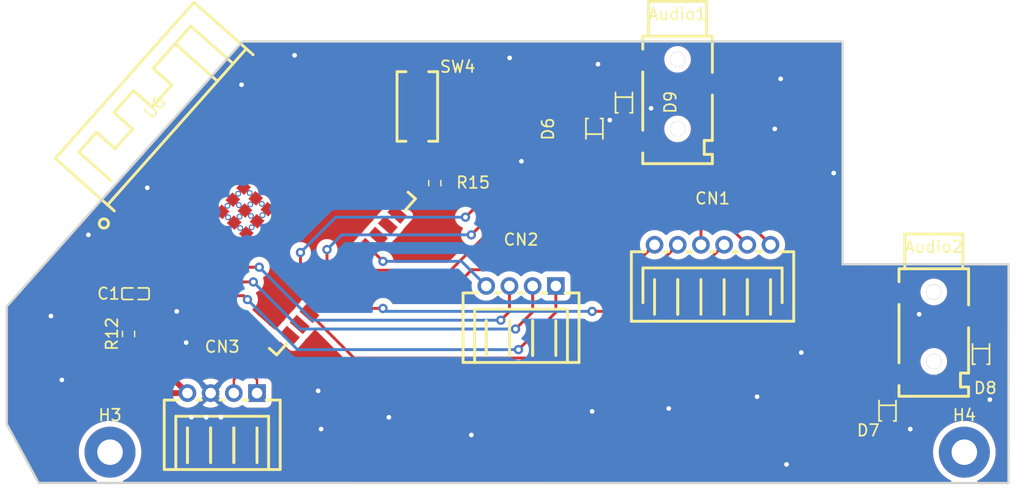
<source format=kicad_pcb>
(kicad_pcb (version 20240108) (generator "pcbnew") (generator_version "8.0")
  (layers (0 "F.Cu" signal) (31 "B.Cu" signal) (34 "B.Paste" user) (35 "F.Paste" user) (36 "B.SilkS" user "B.Silkscreen") (37 "F.SilkS" user "F.Silkscreen") (38 "B.Mask" user) (39 "F.Mask" user) (44 "Edge.Cuts" user))
  (net 0 "")
  (net 1 "/GND")
  (net 2 "/RESET")
  (net 3 "/DC")
  (net 4 "/LED_D2")
  (net 5 "/CS")
  (net 6 "/SCLK")
  (net 7 "/SDIN")
  (net 8 "/BT_SEC")
  (net 9 "/LED_D1")
  (net 10 "/BT_PRIM")
  (net 11 "/VIB_MOTOR")
  (net 12 "/3.3v")
  (net 13 "/Data_-")
  (net 14 "/Data_+")
  (net 15 "/+3.3V")
  (net 18 "Net-(U6-EN)")
  (net 28 "Net-(U6-IO0)")
  (net 30 "Net-(Audio1-D+)")
  (net 31 "Net-(Audio1-D-)")
  (net 32 "Net-(Audio2-D+)")
  (net 33 "Net-(Audio2-D-)")
  (net 38 "Net-(R15-Pad1)")
  (footprint "global:KEY-SMD_L6.0-W3.5-LS8.0" (layer "F.Cu") (at 186.35 39.72 90)
    (property "Reference" "SW4" (at 3.43 3.48 180) (layer "F.SilkS"))
    (property "Value" "BOOT")
    (fp_line (start 3 -1.75) (end 3 -0.98) (stroke (width 0.25)) (layer "F.SilkS"))
    (fp_line (start -3 -1.75) (end 3 -1.75) (stroke (width 0.25)) (layer "F.SilkS"))
    (fp_line (start -3 -1.75) (end -3 -0.98) (stroke (width 0.25)) (layer "F.SilkS"))
    (fp_line (start 3 0.98) (end 3 1.75) (stroke (width 0.25)) (layer "F.SilkS"))
    (fp_line (start -3 0.98) (end -3 1.75) (stroke (width 0.25)) (layer "F.SilkS"))
    (fp_line (start -3 1.75) (end 3 1.75) (stroke (width 0.25)) (layer "F.SilkS"))
    (pad "1" smd rect (at -3.75 0 90) (size 1.5 1.5) (layers "F.Cu" "F.Paste" "F.Mask") (net 38 "Net-(R15-Pad1)"))
    (pad "2" smd rect (at 3.75 0 90) (size 1.5 1.5) (layers "F.Cu" "F.Paste" "F.Mask") (net 1 "/GND"))
  )
  (footprint "global:WIRELM-SMD_ESP32-S3-WROOM-1" (layer "F.Cu") (at 173.358571 48.355537 48.4)
    (property "Reference" "U6" (at 0 -12.89 48.4) (layer "F.SilkS"))
    (property "Value" "ESP32-S3-WROOM-1(N8R8)")
    (fp_line (start -9 -16.39) (end -9 -9.57) (stroke (width 0.25)) (layer "F.SilkS"))
    (fp_line (start -7.24 -15.23) (end -7.24 -11.55) (stroke (width 0.25)) (layer "F.SilkS"))
    (fp_line (start -4.95 -15.23) (end -7.24 -15.23) (stroke (width 0.25)) (layer "F.SilkS"))
    (fp_line (start -9 -10.35) (end 9.02 -10.35) (stroke (width 0.25)) (layer "F.SilkS"))
    (fp_line (start -2.67 -15.23) (end -2.67 -13.08) (stroke (width 0.25)) (layer "F.SilkS"))
    (fp_line (start -4.95 -13.08) (end -4.95 -15.23) (stroke (width 0.25)) (layer "F.SilkS"))
    (fp_line (start -2.67 -13.08) (end -4.95 -13.08) (stroke (width 0.25)) (layer "F.SilkS"))
    (fp_line (start -0.13 -15.229999) (end -2.67 -15.23) (stroke (width 0.25)) (layer "F.SilkS"))
    (fp_line (start -0.13 -13.08) (end -0.13 -15.229999) (stroke (width 0.25)) (layer "F.SilkS"))
    (fp_line (start 2.41 -15.23) (end 2.41 -13.08) (stroke (width 0.25)) (layer "F.SilkS"))
    (fp_line (start 2.41 -13.08) (end -0.13 -13.08) (stroke (width 0.25)) (layer "F.SilkS"))
    (fp_line (start 5.27 -15.23) (end 2.41 -15.23) (stroke (width 0.25)) (layer "F.SilkS"))
    (fp_line (start 7.3 -15.23) (end 5.060001 -15.23) (stroke (width 0.25)) (layer "F.SilkS"))
    (fp_line (start 9 -16.39) (end -9 -16.39) (stroke (width 0.25)) (layer "F.SilkS"))
    (fp_line (start 5.27 -10.35) (end 5.27 -15.23) (stroke (width 0.25)) (layer "F.SilkS"))
    (fp_line (start 7.3 -10.35) (end 7.3 -15.23) (stroke (width 0.25)) (layer "F.SilkS"))
    (fp_line (start 9.02 -9.57) (end 9.02 -16.38) (stroke (width 0.25)) (layer "F.SilkS"))
    (fp_line (start -9 8.3) (end -9 9.150001) (stroke (width 0.25)) (layer "F.SilkS"))
    (fp_line (start -9 9.150001) (end -7.67 9.15) (stroke (width 0.25)) (layer "F.SilkS"))
    (fp_line (start 7.670001 9.15) (end 9.02 9.15) (stroke (width 0.25)) (layer "F.SilkS"))
    (fp_line (start 9.02 9.15) (end 9.02 8.3) (stroke (width 0.25)) (layer "F.SilkS"))
    (fp_circle (center -10.410001 -9.52) (end -10.01 -9.52) (stroke (width 0.25)) (fill none) (layer "F.SilkS"))
    (pad "" thru_hole circle (at -2.9 -0.47 48.4) (size 0.5 0.5) (drill 0.3) (layers "*.Cu" "*.Paste" "*.Mask"))
    (pad "" thru_hole circle (at -2.899999 -1.87 48.4) (size 0.5 0.5) (drill 0.3) (layers "*.Cu" "*.Paste" "*.Mask"))
    (pad "" thru_hole circle (at -2.2 -2.57 48.4) (size 0.5 0.5) (drill 0.3) (layers "*.Cu" "*.Paste" "*.Mask"))
    (pad "" thru_hole circle (at -2.2 -1.17 48.4) (size 0.5 0.5) (drill 0.3) (layers "*.Cu" "*.Paste" "*.Mask"))
    (pad "" thru_hole circle (at -2.2 0.23 48.4) (size 0.5 0.5) (drill 0.3) (layers "*.Cu" "*.Paste" "*.Mask"))
    (pad "" thru_hole circle (at -1.5 -1.87 48.4) (size 0.5 0.5) (drill 0.3) (layers "*.Cu" "*.Paste" "*.Mask"))
    (pad "" thru_hole circle (at -1.5 -0.47 48.4) (size 0.5 0.5) (drill 0.3) (layers "*.Cu" "*.Paste" "*.Mask"))
    (pad "" thru_hole circle (at -0.8 -2.57 48.4) (size 0.5 0.5) (drill 0.3) (layers "*.Cu" "*.Paste" "*.Mask"))
    (pad "" thru_hole circle (at -0.8 -1.17 48.4) (size 0.5 0.5) (drill 0.3) (layers "*.Cu" "*.Paste" "*.Mask"))
    (pad "" thru_hole circle (at -0.8 0.230001 48.4) (size 0.5 0.5) (drill 0.3) (layers "*.Cu" "*.Paste" "*.Mask"))
    (pad "" thru_hole circle (at -0.1 -1.87 48.4) (size 0.5 0.5) (drill 0.3) (layers "*.Cu" "*.Paste" "*.Mask"))
    (pad "" thru_hole circle (at -0.1 -0.470001 48.4) (size 0.5 0.5) (drill 0.3) (layers "*.Cu" "*.Paste" "*.Mask"))
    (pad "1" smd rect (at -8.75 -8.89 48.4) (size 1.5 0.9) (layers "F.Cu" "F.Paste" "F.Mask") (net 1 "/GND"))
    (pad "2" smd rect (at -8.75 -7.62 48.4) (size 1.5 0.9) (layers "F.Cu" "F.Paste" "F.Mask") (net 15 "/+3.3V"))
    (pad "3" smd rect (at -8.75 -6.35 48.4) (size 1.5 0.9) (layers "F.Cu" "F.Paste" "F.Mask") (net 18 "Net-(U6-EN)"))
    (pad "4" smd rect (at -8.75 -5.08 48.4) (size 1.5 0.9) (layers "F.Cu" "F.Paste" "F.Mask"))
    (pad "5" smd rect (at -8.75 -3.81 48.4) (size 1.5 0.9) (layers "F.Cu" "F.Paste" "F.Mask"))
    (pad "6" smd rect (at -8.750001 -2.54 48.4) (size 1.5 0.9) (layers "F.Cu" "F.Paste" "F.Mask"))
    (pad "7" smd rect (at -8.75 -1.27 48.4) (size 1.5 0.9) (layers "F.Cu" "F.Paste" "F.Mask"))
    (pad "8" smd rect (at -8.75 0 48.4) (size 1.5 0.9) (layers "F.Cu" "F.Paste" "F.Mask") (net 10 "/BT_PRIM"))
    (pad "9" smd rect (at -8.75 1.27 48.4) (size 1.5 0.9) (layers "F.Cu" "F.Paste" "F.Mask") (net 8 "/BT_SEC"))
    (pad "10" smd rect (at -8.75 2.54 48.4) (size 1.5 0.9) (layers "F.Cu" "F.Paste" "F.Mask") (net 11 "/VIB_MOTOR"))
    (pad "11" smd rect (at -8.75 3.81 48.4) (size 1.5 0.9) (layers "F.Cu" "F.Paste" "F.Mask"))
    (pad "12" smd rect (at -8.75 5.08 48.4) (size 1.5 0.9) (layers "F.Cu" "F.Paste" "F.Mask"))
    (pad "13" smd rect (at -8.75 6.350001 48.4) (size 1.5 0.9) (layers "F.Cu" "F.Paste" "F.Mask") (net 13 "/Data_-"))
    (pad "14" smd rect (at -8.75 7.62 48.4) (size 1.5 0.9) (layers "F.Cu" "F.Paste" "F.Mask") (net 14 "/Data_+"))
    (pad "15" smd rect (at -6.99 8.89 138.4) (size 1.5 0.9) (layers "F.Cu" "F.Paste" "F.Mask"))
    (pad "16" smd rect (at -5.72 8.89 138.4) (size 1.5 0.9) (layers "F.Cu" "F.Paste" "F.Mask"))
    (pad "17" smd rect (at -4.450001 8.89 138.4) (size 1.5 0.9) (layers "F.Cu" "F.Paste" "F.Mask") (net 3 "/DC"))
    (pad "18" smd rect (at -3.18 8.89 138.4) (size 1.5 0.9) (layers "F.Cu" "F.Paste" "F.Mask") (net 5 "/CS"))
    (pad "19" smd rect (at -1.91 8.89 138.4) (size 1.5 0.9) (layers "F.Cu" "F.Paste" "F.Mask") (net 7 "/SDIN"))
    (pad "20" smd rect (at -0.63 8.89 138.4) (size 1.5 0.9) (layers "F.Cu" "F.Paste" "F.Mask") (net 6 "/SCLK"))
    (pad "21" smd rect (at 0.63 8.89 138.4) (size 1.5 0.9) (layers "F.Cu" "F.Paste" "F.Mask") (net 4 "/LED_D2"))
    (pad "22" smd rect (at 1.9 8.89 138.4) (size 1.5 0.9) (layers "F.Cu" "F.Paste" "F.Mask") (net 2 "/RESET"))
    (pad "23" smd rect (at 3.17 8.89 138.4) (size 1.5 0.9) (layers "F.Cu" "F.Paste" "F.Mask") (net 9 "/LED_D1"))
    (pad "24" smd rect (at 4.45 8.890001 138.4) (size 1.5 0.9) (layers "F.Cu" "F.Paste" "F.Mask"))
    (pad "25" smd rect (at 5.72 8.89 138.4) (size 1.5 0.9) (layers "F.Cu" "F.Paste" "F.Mask"))
    (pad "26" smd rect (at 6.989999 8.86 138.4) (size 1.5 0.9) (layers "F.Cu" "F.Paste" "F.Mask"))
    (pad "27" smd rect (at 8.75 7.62 228.4) (size 1.5 0.9) (layers "F.Cu" "F.Paste" "F.Mask") (net 28 "Net-(U6-IO0)"))
    (pad "28" smd rect (at 8.75 6.35 228.4) (size 1.5 0.9) (layers "F.Cu" "F.Paste" "F.Mask"))
    (pad "29" smd rect (at 8.75 5.08 228.4) (size 1.5 0.9) (layers "F.Cu" "F.Paste" "F.Mask"))
    (pad "30" smd rect (at 8.75 3.81 228.4) (size 1.5 0.9) (layers "F.Cu" "F.Paste" "F.Mask"))
    (pad "31" smd rect (at 8.750001 2.54 228.4) (size 1.5 0.9) (layers "F.Cu" "F.Paste" "F.Mask") (net 32 "Net-(Audio2-D+)"))
    (pad "32" smd rect (at 8.75 1.27 228.4) (size 1.5 0.9) (layers "F.Cu" "F.Paste" "F.Mask") (net 33 "Net-(Audio2-D-)"))
    (pad "33" smd rect (at 8.75 0 228.4) (size 1.5 0.9) (layers "F.Cu" "F.Paste" "F.Mask") (net 31 "Net-(Audio1-D-)"))
    (pad "34" smd rect (at 8.75 -1.27 228.4) (size 1.5 0.9) (layers "F.Cu" "F.Paste" "F.Mask") (net 30 "Net-(Audio1-D+)"))
    (pad "35" smd rect (at 8.75 -2.54 228.4) (size 1.5 0.9) (layers "F.Cu" "F.Paste" "F.Mask"))
    (pad "36" smd rect (at 8.75 -3.81 228.4) (size 1.5 0.9) (layers "F.Cu" "F.Paste" "F.Mask"))
    (pad "37" smd rect (at 8.75 -5.08 228.4) (size 1.5 0.9) (layers "F.Cu" "F.Paste" "F.Mask"))
    (pad "38" smd rect (at 8.75 -6.350001 228.4) (size 1.5 0.9) (layers "F.Cu" "F.Paste" "F.Mask"))
    (pad "39" smd rect (at 8.75 -7.62 228.4) (size 1.5 0.9) (layers "F.Cu" "F.Paste" "F.Mask"))
    (pad "40" smd rect (at 8.75 -8.89 228.4) (size 1.5 0.9) (layers "F.Cu" "F.Paste" "F.Mask") (net 1 "/GND"))
    (pad "41" smd rect (at -2.9 -2.57 138.4) (size 0.9 0.9) (layers "F.Cu" "F.Paste" "F.Mask") (net 1 "/GND"))
    (pad "41" smd rect (at -2.9 -1.17 138.4) (size 0.9 0.9) (layers "F.Cu" "F.Paste" "F.Mask") (net 1 "/GND"))
    (pad "41" smd rect (at -2.899999 0.23 138.4) (size 0.9 0.9) (layers "F.Cu" "F.Paste" "F.Mask") (net 1 "/GND"))
    (pad "41" smd rect (at -1.5 -2.57 138.4) (size 0.9 0.9) (layers "F.Cu" "F.Paste" "F.Mask") (net 1 "/GND"))
    (pad "41" smd rect (at -1.5 -1.17 138.4) (size 0.9 0.9) (layers "F.Cu" "F.Paste" "F.Mask") (net 1 "/GND"))
    (pad "41" smd rect (at -1.5 0.23 138.4) (size 0.9 0.9) (layers "F.Cu" "F.Paste" "F.Mask") (net 1 "/GND"))
    (pad "41" smd rect (at -0.1 -2.570001 138.4) (size 0.9 0.9) (layers "F.Cu" "F.Paste" "F.Mask") (net 1 "/GND"))
    (pad "41" smd rect (at -0.1 -1.17 138.4) (size 0.9 0.9) (layers "F.Cu" "F.Paste" "F.Mask") (net 1 "/GND"))
    (pad "41" smd rect (at -0.1 0.23 138.4) (size 0.9 0.9) (layers "F.Cu" "F.Paste" "F.Mask") (net 1 "/GND"))
  )
  (footprint "MountingHole:MountingHole_2.2mm_M2_Pad_TopBottom" (layer "F.Cu") (at 233.51488 69.55788)
    (property "Reference" "H4" (at 0 -3.2 0) (layer "F.SilkS"))
    (property "Value" "MountingHole")
    (pad "1" thru_hole circle (at 0 0) (size 2.6 2.6) (drill 2.2) (layers "*.Cu" "*.Mask"))
    (pad "1" connect circle (at 0 0) (size 4.4 4.4) (layers "F.Cu" "F.Mask"))
    (pad "1" connect circle (at 0 0) (size 4.4 4.4) (layers "B.Cu" "B.Mask"))
  )
  (footprint "global:CONN-TH_PH-4AW_C722777" (layer "F.Cu") (at 169.5275 64.4575)
    (property "Reference" "CN3" (at 0 -4 0) (layer "F.SilkS"))
    (property "Value" "PH-4AW_C722777")
    (fp_line (start -5 6.6) (end -5 0.64) (stroke (width 0.25)) (layer "F.SilkS"))
    (fp_line (start -4.21 0.6) (end -5 0.6) (stroke (width 0.25)) (layer "F.SilkS"))
    (fp_line (start -4.21 0.6) (end -3.79 0.6) (stroke (width 0.25)) (layer "F.SilkS"))
    (fp_line (start -4 2) (end -4 6.6) (stroke (width 0.25)) (layer "F.SilkS"))
    (fp_line (start -3 3) (end -3 6) (stroke (width 0.25)) (layer "F.SilkS"))
    (fp_line (start -3 6) (end -3 3) (stroke (width 0.25)) (layer "F.SilkS"))
    (fp_line (start -2.21 0.6) (end -1.79 0.6) (stroke (width 0.25)) (layer "F.SilkS"))
    (fp_line (start -1 3) (end -1 6) (stroke (width 0.25)) (layer "F.SilkS"))
    (fp_line (start -1 6) (end -1 3) (stroke (width 0.25)) (layer "F.SilkS"))
    (fp_line (start -0.21 0.6) (end 0.21 0.6) (stroke (width 0.25)) (layer "F.SilkS"))
    (fp_line (start 1 3) (end 1 6) (stroke (width 0.25)) (layer "F.SilkS"))
    (fp_line (start 1 6) (end 1 3) (stroke (width 0.25)) (layer "F.SilkS"))
    (fp_line (start 1.79 0.6) (end 2.21 0.6) (stroke (width 0.25)) (layer "F.SilkS"))
    (fp_line (start 3 3) (end 3 6) (stroke (width 0.25)) (layer "F.SilkS"))
    (fp_line (start 3.79 0.6) (end 5 0.6) (stroke (width 0.25)) (layer "F.SilkS"))
    (fp_line (start 4 2) (end -4 2) (stroke (width 0.25)) (layer "F.SilkS"))
    (fp_line (start 4 2) (end 4 6.6) (stroke (width 0.25)) (layer "F.SilkS"))
    (fp_line (start 5 0.6) (end 5 6.6) (stroke (width 0.25)) (layer "F.SilkS"))
    (fp_line (start 5 6.6) (end -5 6.6) (stroke (width 0.25)) (layer "F.SilkS"))
    (pad "1" thru_hole rect (at 3 0 180) (size 1.52 1.52) (drill 0.9144) (layers "*.Cu" "*.Mask") (net 14 "/Data_+"))
    (pad "2" thru_hole circle (at 1 0 180) (size 1.52 1.52) (drill 0.9144) (layers "*.Cu" "*.Mask") (net 13 "/Data_-"))
    (pad "3" thru_hole circle (at -1 0 180) (size 1.52 1.52) (drill 0.9144) (layers "*.Cu" "*.Mask") (net 1 "/GND"))
    (pad "4" thru_hole circle (at -3 0 180) (size 1.52 1.52) (drill 0.9144) (layers "*.Cu" "*.Mask") (net 12 "/3.3v"))
  )
  (footprint "global:SOD-323_L1.8-W1.3-LS2.5-RD" (layer "F.Cu") (at 204.168 39.356 -90)
    (property "Reference" "D9" (at 0 -4 90) (layer "F.SilkS"))
    (property "Value" "TVS Diode")
    (fp_line (start -0.85 0.73) (end 0.91 0.73) (stroke (width 0.15)) (layer "F.SilkS"))
    (fp_line (start 0.91 0.73) (end 0.91 0.52) (stroke (width 0.15)) (layer "F.SilkS"))
    (fp_line (start -0.85 -0.73) (end 0.91 -0.73) (stroke (width 0.15)) (layer "F.SilkS"))
    (fp_line (start -0.44 -0.73) (end -0.44 0.73) (stroke (width 0.15)) (layer "F.SilkS"))
    (fp_line (start 0.91 -0.73) (end 0.91 -0.53) (stroke (width 0.15)) (layer "F.SilkS"))
    (pad "1" smd rect (at -1.17 0 270) (size 1 0.75) (layers "F.Cu" "F.Paste" "F.Mask") (net 30 "Net-(Audio1-D+)"))
    (pad "2" smd rect (at 1.17 0 270) (size 1 0.75) (layers "F.Cu" "F.Paste" "F.Mask") (net 1 "/GND"))
  )
  (footprint "global:CONN-TH_PH-6AW" (layer "F.Cu") (at 211.8035 51.6575)
    (property "Reference" "CN1" (at 0 -4 0) (layer "F.SilkS"))
    (property "Value" "PH-6AW_C722785")
    (fp_line (start -7 0.6) (end -7 6.6) (stroke (width 0.25)) (layer "F.SilkS"))
    (fp_line (start -6 2) (end -6 5) (stroke (width 0.25)) (layer "F.SilkS"))
    (fp_line (start -5.79 0.6) (end -7 0.6) (stroke (width 0.25)) (layer "F.SilkS"))
    (fp_line (start -5 6) (end -5 3) (stroke (width 0.25)) (layer "F.SilkS"))
    (fp_line (start -3.79 0.6) (end -4.21 0.6) (stroke (width 0.25)) (layer "F.SilkS"))
    (fp_line (start -3 3) (end -3 6) (stroke (width 0.25)) (layer "F.SilkS"))
    (fp_line (start -3 6) (end -3 3) (stroke (width 0.25)) (layer "F.SilkS"))
    (fp_line (start -1.79 0.6) (end -2.21 0.6) (stroke (width 0.25)) (layer "F.SilkS"))
    (fp_line (start -1 3) (end -1 6) (stroke (width 0.25)) (layer "F.SilkS"))
    (fp_line (start -1 6.6) (end -7 6.6) (stroke (width 0.25)) (layer "F.SilkS"))
    (fp_line (start 0.21 0.6) (end -0.21 0.6) (stroke (width 0.25)) (layer "F.SilkS"))
    (fp_line (start 1 6) (end 1 3) (stroke (width 0.25)) (layer "F.SilkS"))
    (fp_line (start 1 6.6) (end -5 6.6) (stroke (width 0.25)) (layer "F.SilkS"))
    (fp_line (start 2.21 0.6) (end 1.79 0.6) (stroke (width 0.25)) (layer "F.SilkS"))
    (fp_line (start 3 3) (end 3 6) (stroke (width 0.25)) (layer "F.SilkS"))
    (fp_line (start 3 6) (end 3 3) (stroke (width 0.25)) (layer "F.SilkS"))
    (fp_line (start 4.21 0.6) (end 3.79 0.6) (stroke (width 0.25)) (layer "F.SilkS"))
    (fp_line (start 5 3) (end 5 6) (stroke (width 0.25)) (layer "F.SilkS"))
    (fp_line (start 5 6.6) (end -1 6.6) (stroke (width 0.25)) (layer "F.SilkS"))
    (fp_line (start 6 2) (end -6 2) (stroke (width 0.25)) (layer "F.SilkS"))
    (fp_line (start 6 5) (end 6 2) (stroke (width 0.25)) (layer "F.SilkS"))
    (fp_line (start 7 0.6) (end 5.79 0.6) (stroke (width 0.25)) (layer "F.SilkS"))
    (fp_line (start 7 0.6) (end 7 6.6) (stroke (width 0.25)) (layer "F.SilkS"))
    (fp_line (start 7 6.6) (end 1 6.6) (stroke (width 0.25)) (layer "F.SilkS"))
    (pad "1" thru_hole circle (at 5 0 180) (size 1.52 1.52) (drill 0.9144) (layers "*.Cu" "*.Mask") (net 7 "/SDIN"))
    (pad "2" thru_hole circle (at 3 0 180) (size 1.52 1.52) (drill 0.9144) (layers "*.Cu" "*.Mask") (net 6 "/SCLK"))
    (pad "3" thru_hole circle (at 1 0 180) (size 1.52 1.52) (drill 0.9144) (layers "*.Cu" "*.Mask") (net 3 "/DC"))
    (pad "4" thru_hole circle (at -1 0 180) (size 1.52 1.52) (drill 0.9144) (layers "*.Cu" "*.Mask") (net 2 "/RESET"))
    (pad "5" thru_hole circle (at -3 0 180) (size 1.52 1.52) (drill 0.9144) (layers "*.Cu" "*.Mask") (net 5 "/CS"))
    (pad "6" thru_hole circle (at -5 0 180) (size 1.52 1.52) (drill 0.9144) (layers "*.Cu" "*.Mask") (net 4 "/LED_D2"))
  )
  (footprint "global:AUDIO-SMD_PJ-320B" (layer "F.Cu") (at 230.88 59.33)
    (property "Reference" "Audio2" (at 0 -7.5 0) (layer "F.SilkS"))
    (property "Value" "RX Jack")
    (fp_line (start -3 -5.6) (end -3 -4.48) (stroke (width 0.25)) (layer "F.SilkS"))
    (fp_line (start -3 -5.6) (end 3 -5.6) (stroke (width 0.25)) (layer "F.SilkS"))
    (fp_line (start -3 -2.52) (end -3 2.52) (stroke (width 0.25)) (layer "F.SilkS"))
    (fp_line (start -3 4.48) (end -3 5.4) (stroke (width 0.25)) (layer "F.SilkS"))
    (fp_line (start -2.5 -8.6) (end 2.5 -8.6) (stroke (width 0.25)) (layer "F.SilkS"))
    (fp_line (start -2.5 -5.6) (end -2.5 -8.6) (stroke (width 0.25)) (layer "F.SilkS"))
    (fp_line (start 2.3 3.4) (end 2.3 4.6) (stroke (width 0.25)) (layer "F.SilkS"))
    (fp_line (start 2.3 4.6) (end 3 4.6) (stroke (width 0.25)) (layer "F.SilkS"))
    (fp_line (start 2.5 -5.6) (end 2.5 -8.6) (stroke (width 0.25)) (layer "F.SilkS"))
    (fp_line (start 3 -5.6) (end 3 -2.48) (stroke (width 0.25)) (layer "F.SilkS"))
    (fp_line (start 3 -0.52) (end 3 3.4) (stroke (width 0.25)) (layer "F.SilkS"))
    (fp_line (start 3 3.4) (end 2.3 3.4) (stroke (width 0.25)) (layer "F.SilkS"))
    (fp_line (start 3 4.6) (end 3 5.4) (stroke (width 0.25)) (layer "F.SilkS"))
    (fp_line (start 3 5.4) (end -3 5.4) (stroke (width 0.25)) (layer "F.SilkS"))
    (pad "" thru_hole circle (at 0 -3.6) (size 1.3 1.3) (drill 1.3) (layers "*.Cu" "*.Mask"))
    (pad "" thru_hole circle (at 0 2.4) (size 1.3 1.3) (drill 1.3) (layers "*.Cu" "*.Mask"))
    (pad "1" smd rect (at -4 -3.5) (size 3 1.5) (layers "F.Cu" "F.Paste" "F.Mask") (net 1 "/GND"))
    (pad "2" smd rect (at 4 -1.5) (size 3 1.5) (layers "F.Cu" "F.Paste" "F.Mask") (net 33 "Net-(Audio2-D-)"))
    (pad "3" smd rect (at -4 3.5) (size 3 1.5) (layers "F.Cu" "F.Paste" "F.Mask") (net 32 "Net-(Audio2-D+)"))
  )
  (footprint "global:AUDIO-SMD_PJ-320B" (layer "F.Cu") (at 208.788 39.256)
    (property "Reference" "Audio1" (at 0 -7.5 0) (layer "F.SilkS"))
    (property "Value" "TX Jack")
    (fp_line (start -3 -5.6) (end -3 -4.48) (stroke (width 0.25)) (layer "F.SilkS"))
    (fp_line (start -3 -5.6) (end 3 -5.6) (stroke (width 0.25)) (layer "F.SilkS"))
    (fp_line (start -3 -2.52) (end -3 2.52) (stroke (width 0.25)) (layer "F.SilkS"))
    (fp_line (start -3 4.48) (end -3 5.4) (stroke (width 0.25)) (layer "F.SilkS"))
    (fp_line (start -2.5 -8.6) (end 2.5 -8.6) (stroke (width 0.25)) (layer "F.SilkS"))
    (fp_line (start -2.5 -5.6) (end -2.5 -8.6) (stroke (width 0.25)) (layer "F.SilkS"))
    (fp_line (start 2.3 3.4) (end 2.3 4.6) (stroke (width 0.25)) (layer "F.SilkS"))
    (fp_line (start 2.3 4.6) (end 3 4.6) (stroke (width 0.25)) (layer "F.SilkS"))
    (fp_line (start 2.5 -5.6) (end 2.5 -8.6) (stroke (width 0.25)) (layer "F.SilkS"))
    (fp_line (start 3 -5.6) (end 3 -2.48) (stroke (width 0.25)) (layer "F.SilkS"))
    (fp_line (start 3 -0.52) (end 3 3.4) (stroke (width 0.25)) (layer "F.SilkS"))
    (fp_line (start 3 3.4) (end 2.3 3.4) (stroke (width 0.25)) (layer "F.SilkS"))
    (fp_line (start 3 4.6) (end 3 5.4) (stroke (width 0.25)) (layer "F.SilkS"))
    (fp_line (start 3 5.4) (end -3 5.4) (stroke (width 0.25)) (layer "F.SilkS"))
    (pad "" thru_hole circle (at 0 -3.6) (size 1.3 1.3) (drill 1.3) (layers "*.Cu" "*.Mask"))
    (pad "" thru_hole circle (at 0 2.4) (size 1.3 1.3) (drill 1.3) (layers "*.Cu" "*.Mask"))
    (pad "1" smd rect (at -4 -3.5) (size 3 1.5) (layers "F.Cu" "F.Paste" "F.Mask") (net 1 "/GND"))
    (pad "2" smd rect (at 4 -1.5) (size 3 1.5) (layers "F.Cu" "F.Paste" "F.Mask") (net 30 "Net-(Audio1-D+)"))
    (pad "3" smd rect (at -4 3.5) (size 3 1.5) (layers "F.Cu" "F.Paste" "F.Mask") (net 31 "Net-(Audio1-D-)"))
  )
  (footprint "global:SOD-323_L1.8-W1.3-LS2.5-RD" (layer "F.Cu") (at 201.618 41.666 90)
    (property "Reference" "D6" (at 0 -4 90) (layer "F.SilkS"))
    (property "Value" "TVS Diode")
    (fp_line (start 0.91 -0.73) (end 0.91 -0.53) (stroke (width 0.15)) (layer "F.SilkS"))
    (fp_line (start -0.44 -0.73) (end -0.44 0.73) (stroke (width 0.15)) (layer "F.SilkS"))
    (fp_line (start -0.85 -0.73) (end 0.91 -0.73) (stroke (width 0.15)) (layer "F.SilkS"))
    (fp_line (start 0.91 0.73) (end 0.91 0.52) (stroke (width 0.15)) (layer "F.SilkS"))
    (fp_line (start -0.85 0.73) (end 0.91 0.73) (stroke (width 0.15)) (layer "F.SilkS"))
    (pad "1" smd rect (at -1.17 0 90) (size 1 0.75) (layers "F.Cu" "F.Paste" "F.Mask") (net 31 "Net-(Audio1-D-)"))
    (pad "2" smd rect (at 1.17 0 90) (size 1 0.75) (layers "F.Cu" "F.Paste" "F.Mask") (net 1 "/GND"))
  )
  (footprint "MountingHole:MountingHole_2.2mm_M2_Pad_TopBottom" (layer "F.Cu") (at 159.85488 69.55788)
    (property "Reference" "H3" (at 0 -3.2 0) (layer "F.SilkS"))
    (property "Value" "MountingHole")
    (pad "1" thru_hole circle (at 0 0) (size 2.6 2.6) (drill 2.2) (layers "*.Cu" "*.Mask"))
    (pad "1" connect circle (at 0 0) (size 4.4 4.4) (layers "F.Cu" "F.Mask"))
    (pad "1" connect circle (at 0 0) (size 4.4 4.4) (layers "B.Cu" "B.Mask"))
  )
  (footprint "global:SOD-323_L1.8-W1.3-LS2.5-RD" (layer "F.Cu") (at 226.89 65.95 -90)
    (property "Reference" "D7" (at 1.73 1.66 180) (layer "F.SilkS"))
    (property "Value" "TVS Diode")
    (fp_line (start -0.85 0.73) (end 0.91 0.73) (stroke (width 0.15)) (layer "F.SilkS"))
    (fp_line (start 0.91 0.73) (end 0.91 0.52) (stroke (width 0.15)) (layer "F.SilkS"))
    (fp_line (start -0.85 -0.73) (end 0.91 -0.73) (stroke (width 0.15)) (layer "F.SilkS"))
    (fp_line (start -0.44 -0.73) (end -0.44 0.73) (stroke (width 0.15)) (layer "F.SilkS"))
    (fp_line (start 0.91 -0.73) (end 0.91 -0.53) (stroke (width 0.15)) (layer "F.SilkS"))
    (pad "1" smd rect (at -1.17 0 270) (size 1 0.75) (layers "F.Cu" "F.Paste" "F.Mask") (net 32 "Net-(Audio2-D+)"))
    (pad "2" smd rect (at 1.17 0 270) (size 1 0.75) (layers "F.Cu" "F.Paste" "F.Mask") (net 1 "/GND"))
  )
  (footprint "Resistor_SMD:R_0603_1608Metric" (layer "F.Cu") (at 161.45 59.35 90)
    (property "Reference" "R12" (at 0 -1.43 90) (layer "F.SilkS"))
    (property "Value" "10k")
    (fp_line (start -0.237258 -0.5225) (end 0.237258 -0.5225) (stroke (width 0.12)) (layer "F.SilkS"))
    (fp_line (start -0.237258 0.5225) (end 0.237258 0.5225) (stroke (width 0.12)) (layer "F.SilkS"))
    (pad "1" smd roundrect (at -0.825 0 90) (size 0.8 0.95) (layers "F.Cu" "F.Paste" "F.Mask") (net 15 "/+3.3V"))
    (pad "2" smd roundrect (at 0.825 0 90) (size 0.8 0.95) (layers "F.Cu" "F.Paste" "F.Mask") (net 18 "Net-(U6-EN)"))
  )
  (footprint "Resistor_SMD:R_0603_1608Metric" (layer "F.Cu") (at 187.86 46.335 -90)
    (property "Reference" "R15" (at -0.045 -3.3 0) (layer "F.SilkS"))
    (property "Value" "1k")
    (fp_line (start -0.237258 0.5225) (end 0.237258 0.5225) (stroke (width 0.12)) (layer "F.SilkS"))
    (fp_line (start -0.237258 -0.5225) (end 0.237258 -0.5225) (stroke (width 0.12)) (layer "F.SilkS"))
    (pad "1" smd roundrect (at -0.825 0 270) (size 0.8 0.95) (layers "F.Cu" "F.Paste" "F.Mask") (net 38 "Net-(R15-Pad1)"))
    (pad "2" smd roundrect (at 0.825 0 270) (size 0.8 0.95) (layers "F.Cu" "F.Paste" "F.Mask") (net 28 "Net-(U6-IO0)"))
  )
  (footprint "global:CONN-TH_PH-4AW_C722777" (layer "F.Cu") (at 195.2935 55.2135)
    (property "Reference" "CN2" (at 0 -4 0) (layer "F.SilkS"))
    (property "Value" "PH-4AW_C722777")
    (fp_line (start -5 6.6) (end -5 0.64) (stroke (width 0.25)) (layer "F.SilkS"))
    (fp_line (start -4.21 0.6) (end -5 0.6) (stroke (width 0.25)) (layer "F.SilkS"))
    (fp_line (start -4.21 0.6) (end -3.79 0.6) (stroke (width 0.25)) (layer "F.SilkS"))
    (fp_line (start -4 2) (end -4 6.6) (stroke (width 0.25)) (layer "F.SilkS"))
    (fp_line (start -3 3) (end -3 6) (stroke (width 0.25)) (layer "F.SilkS"))
    (fp_line (start -3 6) (end -3 3) (stroke (width 0.25)) (layer "F.SilkS"))
    (fp_line (start -2.21 0.6) (end -1.79 0.6) (stroke (width 0.25)) (layer "F.SilkS"))
    (fp_line (start -1 3) (end -1 6) (stroke (width 0.25)) (layer "F.SilkS"))
    (fp_line (start -1 6) (end -1 3) (stroke (width 0.25)) (layer "F.SilkS"))
    (fp_line (start -0.21 0.6) (end 0.21 0.6) (stroke (width 0.25)) (layer "F.SilkS"))
    (fp_line (start 1 3) (end 1 6) (stroke (width 0.25)) (layer "F.SilkS"))
    (fp_line (start 1 6) (end 1 3) (stroke (width 0.25)) (layer "F.SilkS"))
    (fp_line (start 1.79 0.6) (end 2.21 0.6) (stroke (width 0.25)) (layer "F.SilkS"))
    (fp_line (start 3 3) (end 3 6) (stroke (width 0.25)) (layer "F.SilkS"))
    (fp_line (start 3.79 0.6) (end 5 0.6) (stroke (width 0.25)) (layer "F.SilkS"))
    (fp_line (start 4 2) (end -4 2) (stroke (width 0.25)) (layer "F.SilkS"))
    (fp_line (start 4 2) (end 4 6.6) (stroke (width 0.25)) (layer "F.SilkS"))
    (fp_line (start 5 0.6) (end 5 6.6) (stroke (width 0.25)) (layer "F.SilkS"))
    (fp_line (start 5 6.6) (end -5 6.6) (stroke (width 0.25)) (layer "F.SilkS"))
    (pad "1" thru_hole rect (at 3 0 180) (size 1.52 1.52) (drill 0.9144) (layers "*.Cu" "*.Mask") (net 11 "/VIB_MOTOR"))
    (pad "2" thru_hole circle (at 1 0 180) (size 1.52 1.52) (drill 0.9144) (layers "*.Cu" "*.Mask") (net 8 "/BT_SEC"))
    (pad "3" thru_hole circle (at -1 0 180) (size 1.52 1.52) (drill 0.9144) (layers "*.Cu" "*.Mask") (net 10 "/BT_PRIM"))
    (pad "4" thru_hole circle (at -3 0 180) (size 1.52 1.52) (drill 0.9144) (layers "*.Cu" "*.Mask") (net 9 "/LED_D1"))
  )
  (footprint "global:C0402" (layer "F.Cu") (at 162.052 55.88 180)
    (property "Reference" "C1" (at 2.328 0 360) (layer "F.SilkS"))
    (property "Value" "1uF")
    (fp_line (start 1.17 0.35) (end 1.17 -0.35) (stroke (width 0.15)) (layer "F.SilkS"))
    (fp_line (start 1.02 -0.5) (end 0.23 -0.5) (stroke (width 0.15)) (layer "F.SilkS"))
    (fp_line (start 0.23 0.5) (end 1.02 0.5) (stroke (width 0.15)) (layer "F.SilkS"))
    (fp_line (start -0.23 0.5) (end -1.02 0.5) (stroke (width 0.15)) (layer "F.SilkS"))
    (fp_line (start -1.02 -0.5) (end -0.23 -0.5) (stroke (width 0.15)) (layer "F.SilkS"))
    (fp_line (start -1.17 0.35) (end -1.17 -0.35) (stroke (width 0.15)) (layer "F.SilkS"))
    (fp_arc (start 1.17 0.35) (mid 1.126066 0.456066) (end 1.02 0.5) (stroke (width 0.15)) (layer "F.SilkS"))
    (fp_arc (start 1.02 -0.5) (mid 1.126066 -0.456066) (end 1.17 -0.35) (stroke (width 0.15)) (layer "F.SilkS"))
    (fp_arc (start -1.02 0.5) (mid -1.126066 0.456066) (end -1.17 0.35) (stroke (width 0.15)) (layer "F.SilkS"))
    (fp_arc (start -1.17 -0.35) (mid -1.126066 -0.456066) (end -1.02 -0.5) (stroke (width 0.15)) (layer "F.SilkS"))
    (pad "1" smd rect (at -0.55 0 180) (size 0.79 0.54) (layers "F.Cu" "F.Paste" "F.Mask") (net 1 "/GND"))
    (pad "2" smd rect (at 0.55 0 180) (size 0.79 0.54) (layers "F.Cu" "F.Paste" "F.Mask") (net 18 "Net-(U6-EN)"))
  )
  (footprint "global:SOD-323_L1.8-W1.3-LS2.5-RD" (layer "F.Cu") (at 234.95 61.06 -90)
    (property "Reference" "D8" (at 2.96 -0.37 180) (layer "F.SilkS"))
    (property "Value" "TVS Diode")
    (fp_line (start -0.85 0.73) (end 0.91 0.73) (stroke (width 0.15)) (layer "F.SilkS"))
    (fp_line (start 0.91 0.73) (end 0.91 0.52) (stroke (width 0.15)) (layer "F.SilkS"))
    (fp_line (start -0.85 -0.73) (end 0.91 -0.73) (stroke (width 0.15)) (layer "F.SilkS"))
    (fp_line (start -0.44 -0.73) (end -0.44 0.73) (stroke (width 0.15)) (layer "F.SilkS"))
    (fp_line (start 0.91 -0.73) (end 0.91 -0.53) (stroke (width 0.15)) (layer "F.SilkS"))
    (pad "1" smd rect (at -1.17 0 270) (size 1 0.75) (layers "F.Cu" "F.Paste" "F.Mask") (net 33 "Net-(Audio2-D-)"))
    (pad "2" smd rect (at 1.17 0 270) (size 1 0.75) (layers "F.Cu" "F.Paste" "F.Mask") (net 1 "/GND"))
  )
  (gr_poly (pts (xy 171.275577 34.11788) (xy 223.012 34.11788) (xy 223.012 53.34) (xy 237.322655 53.348471) (xy 237.315577 72.21788) (xy 153.703699 72.212189) (xy 150.955577 67.13788) (xy 150.955577 56.97788)) (stroke (width 0.2)) (fill none) (layer "Edge.Cuts"))
  (segment (start 165.450198 64.46) (end 161.78 64.46) (width 0.5) (layer "F.Cu") (net 0))
  (segment (start 161.78 64.46) (end 158.3 60.98) (width 0.5) (layer "F.Cu") (net 0))
  (segment (start 158.3 60.98) (end 158.3 53.390648) (width 0.5) (layer "F.Cu") (net 0))
  (segment (start 162.245 60.175) (end 161.45 60.175) (width 0.5) (layer "F.Cu") (net 0))
  (segment (start 165.452698 64.4575) (end 165.450198 64.46) (width 0.5) (layer "F.Cu") (net 0))
  (segment (start 166.5275 64.4575) (end 162.245 60.175) (width 0.5) (layer "F.Cu") (net 0))
  (segment (start 166.5275 64.4575) (end 165.452698 64.4575) (width 0.5) (layer "F.Cu") (net 0))
  (segment (start 158.3 53.390648) (end 161.850995 49.839653) (width 0.5) (layer "F.Cu") (net 0))
  (via (at 166.878 66.548) (size 0.8) (drill 0.4) (layers "F.Cu" "B.Cu") (net 1))
  (via (at 166.42 60.1) (size 0.8) (drill 0.4) (layers "F.Cu" "B.Cu") (net 1))
  (via (at 177.8 64.262) (size 0.8) (drill 0.4) (layers "F.Cu" "B.Cu") (net 1))
  (via (at 217.678 37.338) (size 0.8) (drill 0.4) (layers "F.Cu" "B.Cu") (net 1))
  (via (at 163.068 46.736) (size 0.8) (drill 0.4) (layers "F.Cu" "B.Cu") (net 1))
  (via (at 175.768 35.306) (size 0.8) (drill 0.4) (layers "F.Cu" "B.Cu") (net 1))
  (via (at 191.008 68.072) (size 0.8) (drill 0.4) (layers "F.Cu" "B.Cu") (net 1))
  (via (at 201.93 36.068) (size 0.8) (drill 0.4) (layers "F.Cu" "B.Cu") (net 1))
  (via (at 154.76 57.81) (size 0.8) (drill 0.4) (layers "F.Cu" "B.Cu") (net 1))
  (via (at 222.25 45.466) (size 0.8) (drill 0.4) (layers "F.Cu" "B.Cu") (net 1))
  (via (at 169.418 66.548) (size 0.8) (drill 0.4) (layers "F.Cu" "B.Cu") (net 1))
  (via (at 168.148 66.548) (size 0.8) (drill 0.4) (layers "F.Cu" "B.Cu") (net 1))
  (via (at 206.502 39.878) (size 0.8) (drill 0.4) (layers "F.Cu" "B.Cu") (net 1))
  (via (at 215.646 64.77) (size 0.8) (drill 0.4) (layers "F.Cu" "B.Cu") (net 1))
  (via (at 202.946 40.894) (size 0.8) (drill 0.4) (layers "F.Cu" "B.Cu") (net 1))
  (via (at 155.7 63.32) (size 0.8) (drill 0.4) (layers "F.Cu" "B.Cu") (net 1))
  (via (at 219.456 60.96) (size 0.8) (drill 0.4) (layers "F.Cu" "B.Cu") (net 1))
  (via (at 195.326 44.45) (size 0.8) (drill 0.4) (layers "F.Cu" "B.Cu") (net 1))
  (via (at 229.616 57.658) (size 0.8) (drill 0.4) (layers "F.Cu" "B.Cu") (net 1))
  (via (at 194.31 35.53) (size 0.8) (drill 0.4) (layers "F.Cu" "B.Cu") (net 1))
  (via (at 171.196 37.846) (size 0.8) (drill 0.4) (layers "F.Cu" "B.Cu") (net 1))
  (via (at 165.608 57.404) (size 0.8) (drill 0.4) (layers "F.Cu" "B.Cu") (net 1))
  (via (at 183.896 66.548) (size 0.8) (drill 0.4) (layers "F.Cu" "B.Cu") (net 1))
  (via (at 217.17 41.656) (size 0.8) (drill 0.4) (layers "F.Cu" "B.Cu") (net 1))
  (via (at 201.422 66.04) (size 0.8) (drill 0.4) (layers "F.Cu" "B.Cu") (net 1))
  (via (at 228.854 67.564) (size 0.8) (drill 0.4) (layers "F.Cu" "B.Cu") (net 1))
  (via (at 178.054 67.564) (size 0.8) (drill 0.4) (layers "F.Cu" "B.Cu") (net 1))
  (via (at 218.186 70.612) (size 0.8) (drill 0.4) (layers "F.Cu" "B.Cu") (net 1))
  (via (at 157.988 50.8) (size 0.8) (drill 0.4) (layers "F.Cu" "B.Cu") (net 1))
  (via (at 235.712 65.024) (size 0.8) (drill 0.4) (layers "F.Cu" "B.Cu") (net 1))
  (via (at 208.026 65.786) (size 0.8) (drill 0.4) (layers "F.Cu" "B.Cu") (net 1))
  (segment (start 210.8035 51.6575) (end 210.8035 49.7675) (width 0.25) (layer "F.Cu") (net 2))
  (segment (start 210.566 49.53) (end 193.548 49.53) (width 0.25) (layer "F.Cu") (net 2))
  (segment (start 189.23 53.848) (end 182.278931 53.848) (width 0.25) (layer "F.Cu") (net 2))
  (segment (start 182.278931 53.848) (end 181.267956 52.837025) (width 0.25) (layer "F.Cu") (net 2))
  (segment (start 210.8035 49.7675) (end 210.566 49.53) (width 0.25) (layer "F.Cu") (net 2))
  (segment (start 193.548 49.53) (end 189.23 53.848) (width 0.25) (layer "F.Cu") (net 2))
  (segment (start 203.03 61.431) (end 180.897481 61.431) (width 0.25) (layer "F.Cu") (net 3))
  (segment (start 180.897481 61.431) (end 177.052024 57.585543) (width 0.25) (layer "F.Cu") (net 3))
  (segment (start 212.8035 51.6575) (end 203.03 61.431) (width 0.25) (layer "F.Cu") (net 3))
  (segment (start 191.045 53.811) (end 189.484 55.372) (width 0.25) (layer "F.Cu") (net 4))
  (segment (start 204.65 53.811) (end 191.045 53.811) (width 0.25) (layer "F.Cu") (net 4))
  (segment (start 182.010042 55.372) (end 180.42477 53.786728) (width 0.25) (layer "F.Cu") (net 4))
  (segment (start 206.8035 51.6575) (end 204.65 53.811) (width 0.25) (layer "F.Cu") (net 4))
  (segment (start 189.484 55.372) (end 182.010042 55.372) (width 0.25) (layer "F.Cu") (net 4))
  (segment (start 178.409372 57.15) (end 177.895211 56.635839) (width 0.25) (layer "F.Cu") (net 5))
  (segment (start 203.057 57.404) (end 201.422 57.404) (width 0.25) (layer "F.Cu") (net 5))
  (segment (start 208.8035 51.6575) (end 203.057 57.404) (width 0.25) (layer "F.Cu") (net 5))
  (segment (start 183.388 57.15) (end 178.409372 57.15) (width 0.25) (layer "F.Cu") (net 5))
  (via (at 183.388 57.15) (size 0.8) (drill 0.4) (layers "F.Cu" "B.Cu") (net 5))
  (via (at 201.422 57.404) (size 0.8) (drill 0.4) (layers "F.Cu" "B.Cu") (net 5))
  (segment (start 183.642 57.404) (end 183.388 57.15) (width 0.25) (layer "B.Cu") (net 5))
  (segment (start 201.422 57.404) (end 183.642 57.404) (width 0.25) (layer "B.Cu") (net 5))
  (segment (start 214.8035 51.6575) (end 212.226 49.08) (width 0.25) (layer "F.Cu") (net 6))
  (segment (start 178.562 52.07) (end 178.562 53.702731) (width 0.25) (layer "F.Cu") (net 6))
  (segment (start 178.562 53.702731) (end 179.588223 54.728954) (width 0.25) (layer "F.Cu") (net 6))
  (segment (start 192.728 49.08) (end 191.008 50.8) (width 0.25) (layer "F.Cu") (net 6))
  (segment (start 212.226 49.08) (end 192.728 49.08) (width 0.25) (layer "F.Cu") (net 6))
  (via (at 191.008 50.8) (size 0.8) (drill 0.4) (layers "F.Cu" "B.Cu") (net 6))
  (via (at 178.562 52.07) (size 0.8) (drill 0.4) (layers "F.Cu" "B.Cu") (net 6))
  (segment (start 191.008 50.8) (end 179.832 50.8) (width 0.25) (layer "B.Cu") (net 6))
  (segment (start 179.832 50.8) (end 178.562 52.07) (width 0.25) (layer "B.Cu") (net 6))
  (segment (start 191.146 48.63) (end 190.5 49.276) (width 0.25) (layer "F.Cu") (net 7))
  (segment (start 176.276 53.223738) (end 178.738397 55.686135) (width 0.25) (layer "F.Cu") (net 7))
  (segment (start 213.776 48.63) (end 191.146 48.63) (width 0.25) (layer "F.Cu") (net 7))
  (segment (start 176.276 52.324) (end 176.276 53.223738) (width 0.25) (layer "F.Cu") (net 7))
  (segment (start 216.8035 51.6575) (end 213.776 48.63) (width 0.25) (layer "F.Cu") (net 7))
  (via (at 190.5 49.276) (size 0.8) (drill 0.4) (layers "F.Cu" "B.Cu") (net 7))
  (via (at 176.276 52.324) (size 0.8) (drill 0.4) (layers "F.Cu" "B.Cu") (net 7))
  (segment (start 179.324 49.276) (end 176.276 52.324) (width 0.25) (layer "B.Cu") (net 7))
  (segment (start 190.5 49.276) (end 179.324 49.276) (width 0.25) (layer "B.Cu") (net 7))
  (segment (start 169.376877 54.864) (end 168.49892 55.741957) (width 0.25) (layer "F.Cu") (net 8))
  (segment (start 172.212 54.864) (end 169.376877 54.864) (width 0.25) (layer "F.Cu") (net 8))
  (segment (start 196.2935 55.2135) (end 196.2935 57.4525) (width 0.25) (layer "F.Cu") (net 8))
  (segment (start 196.2935 57.4525) (end 194.818 58.928) (width 0.25) (layer "F.Cu") (net 8))
  (via (at 172.212 54.864) (size 0.8) (drill 0.4) (layers "F.Cu" "B.Cu") (net 8))
  (via (at 194.818 58.928) (size 0.8) (drill 0.4) (layers "F.Cu" "B.Cu") (net 8))
  (segment (start 176.276 58.928) (end 172.212 54.864) (width 0.25) (layer "B.Cu") (net 8))
  (segment (start 194.818 58.928) (end 176.276 58.928) (width 0.25) (layer "B.Cu") (net 8))
  (segment (start 182.111142 51.887321) (end 182.189321 51.887321) (width 0.25) (layer "F.Cu") (net 9))
  (segment (start 182.189321 51.887321) (end 183.388 53.086) (width 0.25) (layer "F.Cu") (net 9))
  (via (at 183.388 53.086) (size 0.8) (drill 0.4) (layers "F.Cu" "B.Cu") (net 9))
  (segment (start 183.388 53.086) (end 190.166 53.086) (width 0.25) (layer "B.Cu") (net 9))
  (segment (start 190.166 53.086) (end 192.2935 55.2135) (width 0.25) (layer "B.Cu") (net 9))
  (segment (start 168.853987 53.594) (end 167.549217 54.89877) (width 0.25) (layer "F.Cu") (net 10))
  (segment (start 194.2935 55.2135) (end 194.2935 57.4205) (width 0.25) (layer "F.Cu") (net 10))
  (segment (start 194.2935 57.4205) (end 193.548 58.166) (width 0.25) (layer "F.Cu") (net 10))
  (segment (start 172.72 53.594) (end 168.853987 53.594) (width 0.25) (layer "F.Cu") (net 10))
  (via (at 172.72 53.594) (size 0.8) (drill 0.4) (layers "F.Cu" "B.Cu") (net 10))
  (via (at 193.548 58.166) (size 0.8) (drill 0.4) (layers "F.Cu" "B.Cu") (net 10))
  (segment (start 193.548 58.166) (end 177.292 58.166) (width 0.25) (layer "B.Cu") (net 10))
  (segment (start 177.292 58.166) (end 172.72 53.594) (width 0.25) (layer "B.Cu") (net 10))
  (segment (start 198.2935 55.2135) (end 198.2935 57.4845) (width 0.25) (layer "F.Cu") (net 11))
  (segment (start 198.2935 57.4845) (end 195.072 60.706) (width 0.25) (layer "F.Cu") (net 11))
  (segment (start 169.979889 56.053878) (end 169.448624 56.585143) (width 0.25) (layer "F.Cu") (net 11))
  (segment (start 171.369878 56.053878) (end 169.979889 56.053878) (width 0.25) (layer "F.Cu") (net 11))
  (segment (start 171.704 56.388) (end 171.369878 56.053878) (width 0.25) (layer "F.Cu") (net 11))
  (via (at 171.704 56.388) (size 0.8) (drill 0.4) (layers "F.Cu" "B.Cu") (net 11))
  (via (at 195.072 60.706) (size 0.8) (drill 0.4) (layers "F.Cu" "B.Cu") (net 11))
  (segment (start 176.022 60.706) (end 171.704 56.388) (width 0.25) (layer "B.Cu") (net 11))
  (segment (start 195.072 60.706) (end 176.022 60.706) (width 0.25) (layer "B.Cu") (net 11))
  (segment (start 170.5275 64.4575) (end 170.5275 63.317499) (width 0.2) (layer "F.Cu") (net 13))
  (segment (start 171.3025 60.634924) (end 172.297735 59.639689) (width 0.2) (layer "F.Cu") (net 13))
  (segment (start 171.3025 62.542499) (end 171.3025 60.634924) (width 0.2) (layer "F.Cu") (net 13))
  (segment (start 170.5275 63.317499) (end 171.3025 62.542499) (width 0.2) (layer "F.Cu") (net 13))
  (segment (start 171.7525 62.542499) (end 171.7525 60.821322) (width 0.2) (layer "F.Cu") (net 14))
  (segment (start 172.5275 63.317499) (end 171.7525 62.542499) (width 0.2) (layer "F.Cu") (net 14))
  (segment (start 172.5275 64.4575) (end 172.5275 63.317499) (width 0.2) (layer "F.Cu") (net 14))
  (segment (start 171.7525 60.821322) (end 172.615934 59.957888) (width 0.2) (layer "F.Cu") (net 14))
  (segment (start 172.615934 59.957888) (end 173.247438 59.957888) (width 0.2) (layer "F.Cu") (net 14))
  (segment (start 161.43 58.505) (end 161.43 56.01) (width 0.5) (layer "F.Cu") (net 18))
  (segment (start 161.43 56.01) (end 161.43 52.053538) (width 0.5) (layer "F.Cu") (net 18))
  (segment (start 161.43 52.053538) (end 162.800699 50.682839) (width 0.5) (layer "F.Cu") (net 18))
  (segment (start 187.571421 46.871421) (end 187.86 47.16) (width 0.25) (layer "F.Cu") (net 28))
  (segment (start 184.866147 46.871421) (end 187.571421 46.871421) (width 0.25) (layer "F.Cu") (net 28))
  (segment (start 198.640311 40.627689) (end 178.55965 40.627689) (width 0.25) (layer "F.Cu") (net 30))
  (segment (start 178.55965 40.627689) (end 178.218222 40.969117) (width 0.25) (layer "F.Cu") (net 30))
  (segment (start 204.168 38.186) (end 202.73 39.624) (width 0.25) (layer "F.Cu") (net 30))
  (segment (start 204.598 37.756) (end 204.168 38.186) (width 0.25) (layer "F.Cu") (net 30))
  (segment (start 212.788 37.756) (end 204.598 37.756) (width 0.25) (layer "F.Cu") (net 30))
  (segment (start 202.73 39.624) (end 199.644 39.624) (width 0.25) (layer "F.Cu") (net 30))
  (segment (start 199.644 39.624) (end 198.640311 40.627689) (width 0.25) (layer "F.Cu") (net 30))
  (segment (start 201.618 42.836) (end 199.988 41.206) (width 0.25) (layer "F.Cu") (net 31))
  (segment (start 179.774229 41.206) (end 179.167925 41.812304) (width 0.25) (layer "F.Cu") (net 31))
  (segment (start 201.698 42.756) (end 201.618 42.836) (width 0.25) (layer "F.Cu") (net 31))
  (segment (start 204.788 42.756) (end 201.698 42.756) (width 0.25) (layer "F.Cu") (net 31))
  (segment (start 199.988 41.206) (end 179.774229 41.206) (width 0.25) (layer "F.Cu") (net 31))
  (segment (start 223.012 56.331578) (end 219.456 52.775578) (width 0.25) (layer "F.Cu") (net 32))
  (segment (start 219.456 50.292) (end 216.154 46.99) (width 0.25) (layer "F.Cu") (net 32))
  (segment (start 226.88 62.83) (end 226.88 64.77) (width 0.25) (layer "F.Cu") (net 32))
  (segment (start 224.038 64.78) (end 223.012 63.754) (width 0.25) (layer "F.Cu") (net 32))
  (segment (start 223.012 63.754) (end 223.012 56.331578) (width 0.25) (layer "F.Cu") (net 32))
  (segment (start 216.154 46.99) (end 192.02 46.99) (width 0.25) (layer "F.Cu") (net 32))
  (segment (start 187.194 42.164) (end 182.402009 42.164) (width 0.25) (layer "F.Cu") (net 32))
  (segment (start 219.456 52.775578) (end 219.456 50.292) (width 0.25) (layer "F.Cu") (net 32))
  (segment (start 226.89 64.78) (end 224.038 64.78) (width 0.25) (layer "F.Cu") (net 32))
  (segment (start 192.02 46.99) (end 187.194 42.164) (width 0.25) (layer "F.Cu") (net 32))
  (segment (start 182.402009 42.164) (end 181.067333 43.498676) (width 0.25) (layer "F.Cu") (net 32))
  (segment (start 187.322396 41.656) (end 181.117119 41.656) (width 0.25) (layer "F.Cu") (net 33))
  (segment (start 216.282396 46.482) (end 192.148396 46.482) (width 0.25) (layer "F.Cu") (net 33))
  (segment (start 219.906 52.589182) (end 219.906 50.105604) (width 0.25) (layer "F.Cu") (net 33))
  (segment (start 219.906 50.105604) (end 216.282396 46.482) (width 0.25) (layer "F.Cu") (net 33))
  (segment (start 234.88 57.83) (end 234.88 59.82) (width 0.25) (layer "F.Cu") (net 33))
  (segment (start 192.148396 46.482) (end 187.322396 41.656) (width 0.25) (layer "F.Cu") (net 33))
  (segment (start 181.117119 41.656) (end 180.117629 42.65549) (width 0.25) (layer "F.Cu") (net 33))
  (segment (start 234.95 59.89) (end 227.206818 59.89) (width 0.25) (layer "F.Cu") (net 33))
  (segment (start 227.206818 59.89) (end 219.906 52.589182) (width 0.25) (layer "F.Cu") (net 33))
  (segment (start 187.86 45.51) (end 187.86 44.98) (width 0.25) (layer "F.Cu") (net 38))
  (segment (start 187.86 44.98) (end 186.35 43.47) (width 0.25) (layer "F.Cu") (net 38))
  (zone (net 1) (net_name "/GND") (layers "F&B.Cu") (priority 1) (connect_pads (clearance 0.5)) (min_thickness 0.25) (fill yes (thermal_gap 0.5) (thermal_bridge_width 0.5))
    (polygon (pts (xy 204.47 33.782) (xy 237.49 33.94712) (xy 237.744 72.30112) (xy 153.67 72.644) (xy 150.368 67.22112) (xy 150.368 56.388) (xy 171.45 33.528)))
  )
)
</source>
